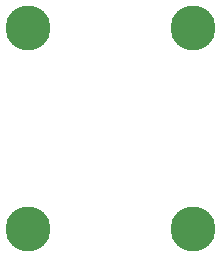
<source format=gbr>
%TF.GenerationSoftware,Altium Limited,Altium Designer,21.3.2 (30)*%
G04 Layer_Color=255*
%FSLAX26Y26*%
%MOIN*%
%TF.SameCoordinates,7249F2FC-C291-4BAF-AEBD-B68F3D0C2602*%
%TF.FilePolarity,Positive*%
%TF.FileFunction,Pads,Bot*%
%TF.Part,Single*%
G01*
G75*
%TA.AperFunction,ViaPad*%
%ADD20C,0.150000*%
D20*
X4130000Y3350000D02*
D03*
Y2680000D02*
D03*
X3580000D02*
D03*
Y3350000D02*
D03*
%TF.MD5,2fd94f476f223eab172ed9bc8a4772c6*%
M02*

</source>
